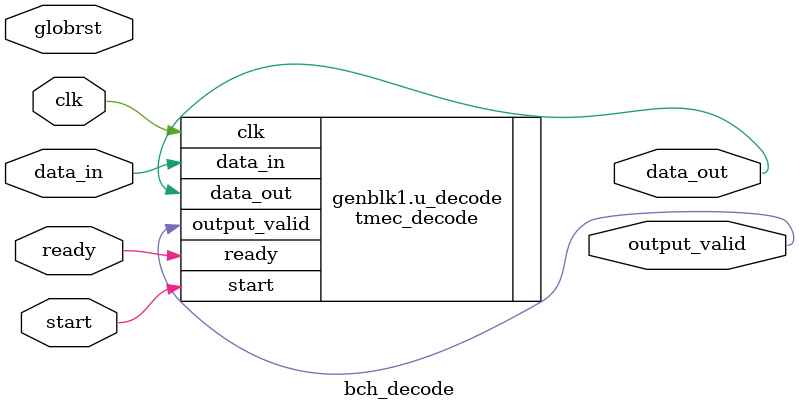
<source format=v>
`timescale 1ns / 1ps

module bch_decode #(
	parameter N = 15,
	parameter K = 5,
	parameter T = 3,	/* Correctable errors */
	parameter OPTION = "SERIAL"
) (
	input clk,
	input globrst,
	input start,
	input data_in,
	input ready,
	output output_valid,
	output data_out
);

`include "bch.vh"

if (T < 3) begin
	assign ready = 1;
	dec_decode #(N, K, T) u_decode(
		.clk(clk),
		.start(start),
		.data_in(data_in),
		.output_valid(output_valid),
		.data_out(data_out)
	);
end else begin
	tmec_decode #(N, K, T, OPTION) u_decode(
		.clk(clk),
		.start(start),
		.ready(ready),
		.data_in(data_in),
		.output_valid(output_valid),
		.data_out(data_out)
	);
end

endmodule

</source>
